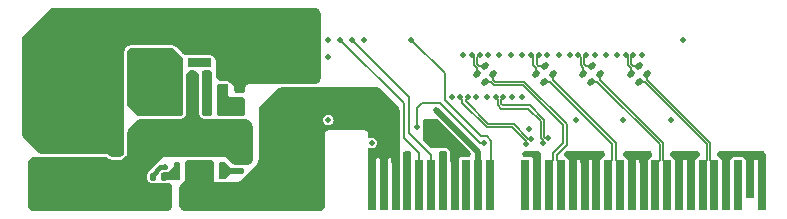
<source format=gtl>
G04 #@! TF.GenerationSoftware,KiCad,Pcbnew,7.0.10*
G04 #@! TF.CreationDate,2024-02-13T01:05:36+00:00*
G04 #@! TF.ProjectId,WYSE_5070_Riser,57595345-5f35-4303-9730-5f5269736572,rev?*
G04 #@! TF.SameCoordinates,Original*
G04 #@! TF.FileFunction,Copper,L1,Top*
G04 #@! TF.FilePolarity,Positive*
%FSLAX46Y46*%
G04 Gerber Fmt 4.6, Leading zero omitted, Abs format (unit mm)*
G04 Created by KiCad (PCBNEW 7.0.10) date 2024-02-13 01:05:36*
%MOMM*%
%LPD*%
G01*
G04 APERTURE LIST*
G04 Aperture macros list*
%AMRoundRect*
0 Rectangle with rounded corners*
0 $1 Rounding radius*
0 $2 $3 $4 $5 $6 $7 $8 $9 X,Y pos of 4 corners*
0 Add a 4 corners polygon primitive as box body*
4,1,4,$2,$3,$4,$5,$6,$7,$8,$9,$2,$3,0*
0 Add four circle primitives for the rounded corners*
1,1,$1+$1,$2,$3*
1,1,$1+$1,$4,$5*
1,1,$1+$1,$6,$7*
1,1,$1+$1,$8,$9*
0 Add four rect primitives between the rounded corners*
20,1,$1+$1,$2,$3,$4,$5,0*
20,1,$1+$1,$4,$5,$6,$7,0*
20,1,$1+$1,$6,$7,$8,$9,0*
20,1,$1+$1,$8,$9,$2,$3,0*%
G04 Aperture macros list end*
G04 #@! TA.AperFunction,SMDPad,CuDef*
%ADD10RoundRect,0.140000X-0.219203X-0.021213X-0.021213X-0.219203X0.219203X0.021213X0.021213X0.219203X0*%
G04 #@! TD*
G04 #@! TA.AperFunction,SMDPad,CuDef*
%ADD11RoundRect,0.140000X-0.170000X0.140000X-0.170000X-0.140000X0.170000X-0.140000X0.170000X0.140000X0*%
G04 #@! TD*
G04 #@! TA.AperFunction,SMDPad,CuDef*
%ADD12RoundRect,0.250000X0.325000X0.650000X-0.325000X0.650000X-0.325000X-0.650000X0.325000X-0.650000X0*%
G04 #@! TD*
G04 #@! TA.AperFunction,ConnectorPad*
%ADD13R,0.700000X4.300000*%
G04 #@! TD*
G04 #@! TA.AperFunction,ConnectorPad*
%ADD14R,0.700000X3.200000*%
G04 #@! TD*
G04 #@! TA.AperFunction,SMDPad,CuDef*
%ADD15RoundRect,0.250000X-0.475000X0.250000X-0.475000X-0.250000X0.475000X-0.250000X0.475000X0.250000X0*%
G04 #@! TD*
G04 #@! TA.AperFunction,SMDPad,CuDef*
%ADD16RoundRect,0.140000X0.140000X0.170000X-0.140000X0.170000X-0.140000X-0.170000X0.140000X-0.170000X0*%
G04 #@! TD*
G04 #@! TA.AperFunction,SMDPad,CuDef*
%ADD17RoundRect,0.250000X-0.250000X-0.475000X0.250000X-0.475000X0.250000X0.475000X-0.250000X0.475000X0*%
G04 #@! TD*
G04 #@! TA.AperFunction,SMDPad,CuDef*
%ADD18RoundRect,0.135000X-0.185000X0.135000X-0.185000X-0.135000X0.185000X-0.135000X0.185000X0.135000X0*%
G04 #@! TD*
G04 #@! TA.AperFunction,SMDPad,CuDef*
%ADD19RoundRect,0.135000X0.185000X-0.135000X0.185000X0.135000X-0.185000X0.135000X-0.185000X-0.135000X0*%
G04 #@! TD*
G04 #@! TA.AperFunction,SMDPad,CuDef*
%ADD20R,3.550000X3.500000*%
G04 #@! TD*
G04 #@! TA.AperFunction,SMDPad,CuDef*
%ADD21R,0.558800X1.422400*%
G04 #@! TD*
G04 #@! TA.AperFunction,SMDPad,CuDef*
%ADD22R,3.352800X2.717800*%
G04 #@! TD*
G04 #@! TA.AperFunction,ViaPad*
%ADD23C,0.500000*%
G04 #@! TD*
G04 #@! TA.AperFunction,Conductor*
%ADD24C,0.149352*%
G04 #@! TD*
G04 #@! TA.AperFunction,Conductor*
%ADD25C,0.200000*%
G04 #@! TD*
G04 #@! TA.AperFunction,Conductor*
%ADD26C,0.500000*%
G04 #@! TD*
G04 #@! TA.AperFunction,Conductor*
%ADD27C,0.400000*%
G04 #@! TD*
G04 APERTURE END LIST*
D10*
X109714142Y-49807036D03*
X110392964Y-50485858D03*
D11*
X79925000Y-49625000D03*
X79925000Y-50585000D03*
D12*
X79875000Y-60850000D03*
X76925000Y-60850000D03*
D13*
X95100000Y-59950000D03*
X96100000Y-59950000D03*
X97100000Y-59950000D03*
X98100000Y-59950000D03*
X99100000Y-59950000D03*
X100100000Y-59950000D03*
X101100000Y-59950000D03*
X102100000Y-59950000D03*
X103100000Y-59950000D03*
X104100000Y-59950000D03*
X105100000Y-59950000D03*
X108100000Y-59950000D03*
X109100000Y-59950000D03*
X110100000Y-59950000D03*
X111100000Y-59950000D03*
X112100000Y-59950000D03*
X113100000Y-59950000D03*
X114100000Y-59950000D03*
X115100000Y-59950000D03*
X116100000Y-59950000D03*
X117100000Y-59950000D03*
X118100000Y-59950000D03*
X119100000Y-59950000D03*
X120100000Y-59950000D03*
X121100000Y-59950000D03*
X122100000Y-59950000D03*
X123100000Y-59950000D03*
X124100000Y-59950000D03*
X125100000Y-59950000D03*
X126100000Y-59950000D03*
D14*
X127100000Y-59400000D03*
D13*
X128100000Y-59950000D03*
D15*
X67700000Y-56600000D03*
X67700000Y-58500000D03*
X69700000Y-56600000D03*
X69700000Y-58500000D03*
D16*
X77530000Y-59200000D03*
X76570000Y-59200000D03*
D10*
X113714142Y-49807036D03*
X114392964Y-50485858D03*
D17*
X73450000Y-56800000D03*
X75350000Y-56800000D03*
D16*
X80980000Y-51650000D03*
X80020000Y-51650000D03*
D15*
X71700000Y-56600000D03*
X71700000Y-58500000D03*
D18*
X83900000Y-53790000D03*
X83900000Y-54810000D03*
X83900000Y-51790000D03*
X83900000Y-52810000D03*
D10*
X117007036Y-50514142D03*
X117685858Y-51192964D03*
D19*
X81075000Y-50610000D03*
X81075000Y-49590000D03*
D10*
X113007036Y-50514142D03*
X113685858Y-51192964D03*
X109007036Y-50514142D03*
X109685858Y-51192964D03*
D19*
X83900000Y-58710000D03*
X83900000Y-57690000D03*
D11*
X82400000Y-50770000D03*
X82400000Y-51730000D03*
D20*
X76375000Y-50300000D03*
X67425000Y-50300000D03*
D10*
X104714142Y-49807036D03*
X105392964Y-50485858D03*
X104007036Y-50514142D03*
X104685858Y-51192964D03*
X117714142Y-49807036D03*
X118392964Y-50485858D03*
D21*
X78595000Y-58692400D03*
X79865000Y-58692400D03*
X81135000Y-58692400D03*
X82405000Y-58692400D03*
X82405000Y-53307600D03*
X81135000Y-53307600D03*
X79865000Y-53307600D03*
X78595000Y-53307600D03*
D22*
X80500000Y-56000000D03*
D23*
X103586500Y-48900000D03*
X104213500Y-48900000D03*
X108586500Y-48900000D03*
X109213500Y-48900000D03*
X112586500Y-48905482D03*
X113213500Y-48905482D03*
X116586500Y-48900000D03*
X117213500Y-48900000D03*
X113950000Y-48900000D03*
X118600000Y-57300000D03*
X75000000Y-55000000D03*
X108400000Y-55150000D03*
X108100000Y-57300000D03*
X101850000Y-52500000D03*
X82500000Y-56000000D03*
X79500000Y-56000000D03*
X98100000Y-57300000D03*
X67000000Y-59600000D03*
X80500000Y-56000000D03*
X104850000Y-52500000D03*
X105900000Y-48900000D03*
X107850000Y-48900000D03*
X80500000Y-55000000D03*
X95100000Y-56350000D03*
X76000000Y-58100000D03*
X91400000Y-54400000D03*
X83500000Y-56000000D03*
X111850000Y-48900000D03*
X74500000Y-59600000D03*
X114600000Y-57300000D03*
X101100000Y-57300000D03*
X116400000Y-54400000D03*
X79500000Y-55000000D03*
X77000000Y-56000000D03*
X103950000Y-52500000D03*
X68500000Y-59600000D03*
X73000000Y-61100000D03*
X78500000Y-57000000D03*
X106950000Y-52500000D03*
X79500000Y-57000000D03*
X120400000Y-54400000D03*
X78500000Y-56000000D03*
X81500000Y-56000000D03*
X114900000Y-48900000D03*
X84500000Y-57000000D03*
X82500000Y-55000000D03*
X115850000Y-48900000D03*
X91400000Y-47600000D03*
X71500000Y-59600000D03*
X124600000Y-57300000D03*
X77000000Y-55000000D03*
X120600000Y-57300000D03*
X78500000Y-55000000D03*
X71500000Y-61100000D03*
X81500000Y-57000000D03*
X82500000Y-57000000D03*
X126600000Y-57300000D03*
X76000000Y-55000000D03*
X127600000Y-57300000D03*
X83500000Y-57000000D03*
X70000000Y-61100000D03*
X116600000Y-57300000D03*
X76000000Y-61100000D03*
X67000000Y-61100000D03*
X112400000Y-54400000D03*
X107850000Y-52500000D03*
X80500000Y-57000000D03*
X77000000Y-57000000D03*
X106900000Y-48900000D03*
X74500000Y-58100000D03*
X70000000Y-59600000D03*
X111600000Y-57300000D03*
X113600000Y-57300000D03*
X102850000Y-48900000D03*
X68500000Y-61100000D03*
X121400000Y-47600000D03*
X109950000Y-48900000D03*
X73000000Y-58100000D03*
X104950000Y-48900000D03*
X81500000Y-55000000D03*
X117950000Y-48900000D03*
X94400000Y-47600000D03*
X73000000Y-59600000D03*
X91400000Y-49100000D03*
X74500000Y-61100000D03*
X122600000Y-57300000D03*
X110900000Y-48900000D03*
X90500000Y-58500000D03*
X97100000Y-57300000D03*
X96100000Y-57300000D03*
X79000000Y-60250000D03*
X79000000Y-61500000D03*
X89000000Y-58500000D03*
X90500000Y-57000000D03*
X81000000Y-61500000D03*
X81000000Y-60250000D03*
X86000000Y-57000000D03*
X90500000Y-60000000D03*
X89000000Y-60000000D03*
X89000000Y-57000000D03*
X83000000Y-61500000D03*
X87500000Y-57000000D03*
X97100000Y-56600000D03*
X84000000Y-61500000D03*
X87500000Y-58500000D03*
X89000000Y-61500000D03*
X87500000Y-60000000D03*
X96100000Y-56600000D03*
X86000000Y-58500000D03*
X82000000Y-61500000D03*
X82000000Y-60250000D03*
X83000000Y-60250000D03*
X100100000Y-56050000D03*
X101100000Y-56050000D03*
X102100000Y-56400000D03*
X102100000Y-57300000D03*
X103100000Y-57300000D03*
X100100000Y-55000000D03*
X98900000Y-55000000D03*
X104600000Y-56400000D03*
X102586500Y-52500000D03*
X108139977Y-56433333D03*
X103213500Y-52500000D03*
X108583333Y-55989977D03*
X105586500Y-52500000D03*
X109578322Y-56371678D03*
X106213500Y-52500000D03*
X110021678Y-55928322D03*
X92400000Y-47600000D03*
X93400000Y-47600000D03*
X100550000Y-53550000D03*
X98400000Y-47600000D03*
X87400000Y-49100000D03*
X88400000Y-47600000D03*
X68500000Y-53300000D03*
X71500000Y-53300000D03*
X87400000Y-50600000D03*
X71500000Y-54800000D03*
X90400000Y-47600000D03*
X89400000Y-49100000D03*
X67000000Y-54800000D03*
X89400000Y-50600000D03*
X70000000Y-48800000D03*
X67000000Y-47300000D03*
X70000000Y-54800000D03*
X68500000Y-45800000D03*
X90400000Y-49100000D03*
X88400000Y-46100000D03*
X70000000Y-51800000D03*
X73000000Y-51800000D03*
X88400000Y-49100000D03*
X68500000Y-47300000D03*
X88400000Y-50600000D03*
X70000000Y-47300000D03*
X73000000Y-53300000D03*
X68500000Y-54800000D03*
X71500000Y-50300000D03*
X87400000Y-46100000D03*
X89400000Y-47600000D03*
X71500000Y-51800000D03*
X73000000Y-54800000D03*
X70000000Y-50300000D03*
X90400000Y-46100000D03*
X71500000Y-48800000D03*
X89400000Y-46100000D03*
X83250000Y-50800000D03*
X70000000Y-53300000D03*
X90400000Y-50600000D03*
X87400000Y-47600000D03*
X67000000Y-53300000D03*
X70000000Y-45800000D03*
X77550000Y-58400000D03*
X77750000Y-53300000D03*
D24*
X103761824Y-49757235D02*
X104007036Y-50002447D01*
X103586500Y-48900000D02*
X103761824Y-49075324D01*
X104007036Y-50002447D02*
X104007036Y-50514142D01*
X103761824Y-49075324D02*
X103761824Y-49757235D01*
X105197553Y-51192964D02*
X105442765Y-51438176D01*
X111320206Y-56384382D02*
X110461824Y-57242764D01*
X104685858Y-51192964D02*
X105197553Y-51192964D01*
X110461824Y-57788176D02*
X110100000Y-58150000D01*
X111320206Y-54865618D02*
X111320206Y-56384382D01*
X107892764Y-51438176D02*
X111320206Y-54865618D01*
X105442765Y-51438176D02*
X107892764Y-51438176D01*
X110100000Y-58150000D02*
X110100000Y-59950000D01*
X110461824Y-57242764D02*
X110461824Y-57788176D01*
X104038176Y-49075324D02*
X104038176Y-49642765D01*
X104213500Y-48900000D02*
X104038176Y-49075324D01*
X104202447Y-49807036D02*
X104714142Y-49807036D01*
X104038176Y-49642765D02*
X104202447Y-49807036D01*
X110738176Y-57788176D02*
X111100000Y-58150000D01*
X105557235Y-51161824D02*
X108007236Y-51161824D01*
X105392964Y-50485858D02*
X105392964Y-50997553D01*
X111596558Y-54751146D02*
X111596558Y-56498854D01*
X105392964Y-50997553D02*
X105557235Y-51161824D01*
X110738176Y-57357236D02*
X110738176Y-57788176D01*
X108007236Y-51161824D02*
X111596558Y-54751146D01*
X111596558Y-56498854D02*
X110738176Y-57357236D01*
X111100000Y-58150000D02*
X111100000Y-59950000D01*
X108761824Y-49757235D02*
X109007036Y-50002447D01*
X109007036Y-50002447D02*
X109007036Y-50514142D01*
X108761824Y-49075324D02*
X108761824Y-49757235D01*
X108586500Y-48900000D02*
X108761824Y-49075324D01*
X115461824Y-56457235D02*
X115461824Y-57788176D01*
X109685858Y-51192964D02*
X110197553Y-51192964D01*
X115100000Y-58150000D02*
X115100000Y-59950000D01*
X110197553Y-51192964D02*
X115461824Y-56457235D01*
X115461824Y-57788176D02*
X115100000Y-58150000D01*
X109038176Y-49642765D02*
X109202447Y-49807036D01*
X109202447Y-49807036D02*
X109714142Y-49807036D01*
X109213500Y-48900000D02*
X109038176Y-49075324D01*
X109038176Y-49075324D02*
X109038176Y-49642765D01*
X110392964Y-50997553D02*
X115738176Y-56342765D01*
X116100000Y-58150000D02*
X116100000Y-59950000D01*
X110392964Y-50485858D02*
X110392964Y-50997553D01*
X115738176Y-57788176D02*
X116100000Y-58150000D01*
X115738176Y-56342765D02*
X115738176Y-57788176D01*
X112761824Y-49757235D02*
X113007036Y-50002447D01*
X112761824Y-49080806D02*
X112761824Y-49757235D01*
X113007036Y-50002447D02*
X113007036Y-50514142D01*
X112586500Y-48905482D02*
X112761824Y-49080806D01*
X114197553Y-51192964D02*
X119461824Y-56457235D01*
X119461824Y-57788176D02*
X119100000Y-58150000D01*
X119461824Y-56457235D02*
X119461824Y-57788176D01*
X113685858Y-51192964D02*
X114197553Y-51192964D01*
X119100000Y-58150000D02*
X119100000Y-59950000D01*
X113213500Y-48905482D02*
X113038176Y-49080806D01*
X113202447Y-49807036D02*
X113714142Y-49807036D01*
X113038176Y-49642765D02*
X113202447Y-49807036D01*
X113038176Y-49080806D02*
X113038176Y-49642765D01*
X114392964Y-50997553D02*
X119738176Y-56342765D01*
X119738176Y-56342765D02*
X119738176Y-57788176D01*
X120100000Y-58150000D02*
X120100000Y-59950000D01*
X119738176Y-57788176D02*
X120100000Y-58150000D01*
X114392964Y-50485858D02*
X114392964Y-50997553D01*
X116761824Y-49757235D02*
X117007036Y-50002447D01*
X116586500Y-48900000D02*
X116761824Y-49075324D01*
X117007036Y-50002447D02*
X117007036Y-50514142D01*
X116761824Y-49075324D02*
X116761824Y-49757235D01*
X123100000Y-58150000D02*
X123100000Y-59950000D01*
X118197553Y-51192964D02*
X123461824Y-56457235D01*
X123461824Y-57788176D02*
X123100000Y-58150000D01*
X123461824Y-56457235D02*
X123461824Y-57788176D01*
X117685858Y-51192964D02*
X118197553Y-51192964D01*
X117202447Y-49807036D02*
X117714142Y-49807036D01*
X117038176Y-49642765D02*
X117202447Y-49807036D01*
X117038176Y-49075324D02*
X117038176Y-49642765D01*
X117213500Y-48900000D02*
X117038176Y-49075324D01*
X118392964Y-50997553D02*
X123738176Y-56342765D01*
X124100000Y-58150000D02*
X124100000Y-59950000D01*
X123738176Y-57788176D02*
X124100000Y-58150000D01*
X118392964Y-50485858D02*
X118392964Y-50997553D01*
X123738176Y-56342765D02*
X123738176Y-57788176D01*
D25*
X99300000Y-53000000D02*
X98900000Y-53400000D01*
X104250000Y-56400000D02*
X100850000Y-53000000D01*
X98900000Y-53400000D02*
X98900000Y-55000000D01*
X104600000Y-56400000D02*
X104250000Y-56400000D01*
X100850000Y-53000000D02*
X99300000Y-53000000D01*
D24*
X106992765Y-55038176D02*
X108139977Y-56185388D01*
X102761824Y-52675324D02*
X102761824Y-52957236D01*
X102761824Y-52957236D02*
X104842764Y-55038176D01*
X102586500Y-52500000D02*
X102761824Y-52675324D01*
X104842764Y-55038176D02*
X106992765Y-55038176D01*
X108139977Y-56185388D02*
X108139977Y-56433333D01*
X103038176Y-52842764D02*
X104957236Y-54761824D01*
X103213500Y-52500000D02*
X103038176Y-52675324D01*
X103038176Y-52675324D02*
X103038176Y-52842764D01*
X108335388Y-55989977D02*
X108583333Y-55989977D01*
X104957236Y-54761824D02*
X107107235Y-54761824D01*
X107107235Y-54761824D02*
X108335388Y-55989977D01*
X105761824Y-52675324D02*
X105761824Y-53157236D01*
X108342764Y-53438176D02*
X109388546Y-54483958D01*
X105586500Y-52500000D02*
X105761824Y-52675324D01*
X109388546Y-55933957D02*
X109578322Y-56123733D01*
X109578322Y-56123733D02*
X109578322Y-56371678D01*
X109388546Y-54483958D02*
X109388546Y-55933957D01*
X105761824Y-53157236D02*
X106042764Y-53438176D01*
X106042764Y-53438176D02*
X108342764Y-53438176D01*
X109664898Y-55819487D02*
X109773733Y-55928322D01*
X109664898Y-54369486D02*
X109664898Y-55819487D01*
X109773733Y-55928322D02*
X110021678Y-55928322D01*
X106038176Y-52675324D02*
X106038176Y-53042764D01*
X106157236Y-53161824D02*
X108457236Y-53161824D01*
X106213500Y-52500000D02*
X106038176Y-52675324D01*
X106038176Y-53042764D02*
X106157236Y-53161824D01*
X108457236Y-53161824D02*
X109664898Y-54369486D01*
D25*
X99100000Y-57200000D02*
X99100000Y-59950000D01*
X92400000Y-47600000D02*
X97800000Y-53000000D01*
X97800000Y-55900000D02*
X99100000Y-57200000D01*
X97800000Y-53000000D02*
X97800000Y-55900000D01*
X93400000Y-47600000D02*
X98250000Y-52450000D01*
X100100000Y-57400000D02*
X100100000Y-59950000D01*
X98250000Y-55550000D02*
X100100000Y-57400000D01*
X98250000Y-52450000D02*
X98250000Y-55550000D01*
D26*
X104100000Y-57100000D02*
X104100000Y-59950000D01*
X100550000Y-53550000D02*
X104100000Y-57100000D01*
D25*
X105200000Y-59850000D02*
X105100000Y-59950000D01*
X101250000Y-50450000D02*
X101250000Y-52750000D01*
X104813909Y-55800000D02*
X105200000Y-56186091D01*
X105200000Y-56186091D02*
X105200000Y-59850000D01*
X101250000Y-52750000D02*
X104300000Y-55800000D01*
X104300000Y-55800000D02*
X104813909Y-55800000D01*
X98400000Y-47600000D02*
X101250000Y-50450000D01*
D26*
X77750000Y-53307600D02*
X78595000Y-53307600D01*
D27*
X76570000Y-59200000D02*
X76570000Y-59030000D01*
X76570000Y-59030000D02*
X77200000Y-58400000D01*
X77200000Y-58400000D02*
X77550000Y-58400000D01*
D26*
X82422600Y-58710000D02*
X82405000Y-58692400D01*
G04 #@! TA.AperFunction,Conductor*
G36*
X82759561Y-51351902D02*
G01*
X82807222Y-51361382D01*
X82842908Y-51376163D01*
X82875050Y-51397640D01*
X82902359Y-51424949D01*
X82923328Y-51456330D01*
X82923835Y-51457089D01*
X82938616Y-51492775D01*
X82948097Y-51540436D01*
X82950000Y-51559751D01*
X82950000Y-52300000D01*
X82965224Y-52376537D01*
X83008579Y-52441421D01*
X83073463Y-52484776D01*
X83150000Y-52500000D01*
X84140248Y-52500000D01*
X84159561Y-52501902D01*
X84207222Y-52511382D01*
X84242908Y-52526163D01*
X84275050Y-52547640D01*
X84302359Y-52574949D01*
X84323328Y-52606330D01*
X84323835Y-52607089D01*
X84338616Y-52642775D01*
X84348097Y-52690436D01*
X84350000Y-52709751D01*
X84350000Y-53890248D01*
X84348097Y-53909563D01*
X84338616Y-53957224D01*
X84323835Y-53992910D01*
X84302362Y-54025047D01*
X84275047Y-54052362D01*
X84242910Y-54073835D01*
X84207224Y-54088616D01*
X84159563Y-54098097D01*
X84140248Y-54100000D01*
X82209752Y-54100000D01*
X82190438Y-54098098D01*
X82174470Y-54094921D01*
X82142775Y-54088617D01*
X82107089Y-54073835D01*
X82106330Y-54073328D01*
X82074949Y-54052359D01*
X82047640Y-54025050D01*
X82026163Y-53992908D01*
X82011382Y-53957222D01*
X82001902Y-53909561D01*
X82000000Y-53890248D01*
X82000000Y-51559751D01*
X82001902Y-51540438D01*
X82011382Y-51492777D01*
X82026162Y-51457092D01*
X82047642Y-51424946D01*
X82074946Y-51397642D01*
X82107092Y-51376162D01*
X82142775Y-51361382D01*
X82168021Y-51356360D01*
X82190439Y-51351902D01*
X82209752Y-51350000D01*
X82740248Y-51350000D01*
X82759561Y-51351902D01*
G37*
G04 #@! TD.AperFunction*
G04 #@! TA.AperFunction,Conductor*
G36*
X128267183Y-57068907D02*
G01*
X128278996Y-57078996D01*
X128420504Y-57220504D01*
X128448281Y-57275021D01*
X128449500Y-57290508D01*
X128449500Y-58001000D01*
X128430593Y-58059191D01*
X128381093Y-58095155D01*
X128350500Y-58100000D01*
X127849000Y-58100000D01*
X127790809Y-58081093D01*
X127754845Y-58031593D01*
X127750000Y-58001000D01*
X127750000Y-57800001D01*
X127750000Y-57800000D01*
X127749999Y-57800000D01*
X127450001Y-57800000D01*
X127450000Y-57800000D01*
X127450000Y-57800001D01*
X127450000Y-58001000D01*
X127431093Y-58059191D01*
X127381593Y-58095155D01*
X127351000Y-58100000D01*
X126849000Y-58100000D01*
X126790809Y-58081093D01*
X126754845Y-58031593D01*
X126750000Y-58001000D01*
X126750000Y-57800001D01*
X126750000Y-57800000D01*
X126500000Y-57550000D01*
X126499999Y-57550000D01*
X125700001Y-57550000D01*
X125700000Y-57550000D01*
X125450000Y-57800000D01*
X125450000Y-57800001D01*
X125450000Y-58001000D01*
X125431093Y-58059191D01*
X125381593Y-58095155D01*
X125351000Y-58100000D01*
X124849000Y-58100000D01*
X124790809Y-58081093D01*
X124754845Y-58031593D01*
X124750000Y-58001000D01*
X124750000Y-57800000D01*
X124749999Y-57799999D01*
X124378996Y-57428995D01*
X124351219Y-57374479D01*
X124350000Y-57358992D01*
X124350000Y-57241008D01*
X124368907Y-57182817D01*
X124378996Y-57171004D01*
X124471004Y-57078996D01*
X124525521Y-57051219D01*
X124541008Y-57050000D01*
X128208992Y-57050000D01*
X128267183Y-57068907D01*
G37*
G04 #@! TD.AperFunction*
G04 #@! TA.AperFunction,Conductor*
G36*
X118717183Y-57068907D02*
G01*
X118728996Y-57078996D01*
X118821004Y-57171004D01*
X118848781Y-57225521D01*
X118850000Y-57241008D01*
X118850000Y-57358992D01*
X118831093Y-57417183D01*
X118821004Y-57428995D01*
X118450000Y-57799999D01*
X118450000Y-58001000D01*
X118431093Y-58059191D01*
X118381593Y-58095155D01*
X118351000Y-58100000D01*
X117849000Y-58100000D01*
X117790809Y-58081093D01*
X117754845Y-58031593D01*
X117750000Y-58001000D01*
X117750000Y-57800001D01*
X117750000Y-57800000D01*
X117749999Y-57800000D01*
X117450001Y-57800000D01*
X117450000Y-57800000D01*
X117450000Y-57800001D01*
X117450000Y-58001000D01*
X117431093Y-58059191D01*
X117381593Y-58095155D01*
X117351000Y-58100000D01*
X116849000Y-58100000D01*
X116790809Y-58081093D01*
X116754845Y-58031593D01*
X116750000Y-58001000D01*
X116750000Y-57800000D01*
X116749999Y-57799999D01*
X116378996Y-57428995D01*
X116351219Y-57374479D01*
X116350000Y-57358992D01*
X116350000Y-57241008D01*
X116368907Y-57182817D01*
X116378996Y-57171004D01*
X116471004Y-57078996D01*
X116525521Y-57051219D01*
X116541008Y-57050000D01*
X118658992Y-57050000D01*
X118717183Y-57068907D01*
G37*
G04 #@! TD.AperFunction*
G04 #@! TA.AperFunction,Conductor*
G36*
X79956433Y-50200847D02*
G01*
X79971739Y-50202862D01*
X80066489Y-50215336D01*
X80091447Y-50222023D01*
X80187960Y-50262000D01*
X80210336Y-50274918D01*
X80293216Y-50338515D01*
X80311484Y-50356783D01*
X80375079Y-50439660D01*
X80388001Y-50462042D01*
X80427975Y-50558548D01*
X80434664Y-50583512D01*
X80449153Y-50693566D01*
X80450000Y-50706488D01*
X80450000Y-53792894D01*
X80467036Y-53922299D01*
X80467038Y-53922307D01*
X80516985Y-54042890D01*
X80516987Y-54042894D01*
X80596441Y-54146440D01*
X80596443Y-54146442D01*
X80596447Y-54146447D01*
X80653553Y-54203553D01*
X80653557Y-54203556D01*
X80653559Y-54203558D01*
X80757105Y-54283012D01*
X80757107Y-54283013D01*
X80877697Y-54332963D01*
X81007107Y-54350000D01*
X84386405Y-54350000D01*
X84399326Y-54350847D01*
X84414632Y-54352862D01*
X84509382Y-54365336D01*
X84534340Y-54372023D01*
X84630854Y-54412000D01*
X84653233Y-54424921D01*
X84741293Y-54492492D01*
X84751030Y-54501030D01*
X84848969Y-54598969D01*
X84857507Y-54608706D01*
X84925078Y-54696766D01*
X84938000Y-54719147D01*
X84977975Y-54815655D01*
X84984664Y-54840619D01*
X84999153Y-54950673D01*
X85000000Y-54963595D01*
X85000000Y-57766734D01*
X84999153Y-57779656D01*
X84987159Y-57870760D01*
X84980470Y-57895724D01*
X84947811Y-57974568D01*
X84934889Y-57996949D01*
X84882934Y-58064659D01*
X84864659Y-58082934D01*
X84796949Y-58134889D01*
X84774568Y-58147811D01*
X84719809Y-58170493D01*
X84695721Y-58180470D01*
X84670760Y-58187159D01*
X84579657Y-58199153D01*
X84566735Y-58200000D01*
X83613595Y-58200000D01*
X83600673Y-58199153D01*
X83490619Y-58184664D01*
X83465655Y-58177975D01*
X83369147Y-58138000D01*
X83346766Y-58125078D01*
X83258706Y-58057507D01*
X83248970Y-58048969D01*
X82896444Y-57696444D01*
X82792894Y-57616987D01*
X82792890Y-57616985D01*
X82672307Y-57567038D01*
X82672299Y-57567036D01*
X82542894Y-57550000D01*
X82542893Y-57550000D01*
X77607107Y-57550000D01*
X77607105Y-57550000D01*
X77477700Y-57567036D01*
X77477692Y-57567038D01*
X77357109Y-57616985D01*
X77357105Y-57616987D01*
X77253559Y-57696441D01*
X76196441Y-58753559D01*
X76116987Y-58857105D01*
X76116985Y-58857109D01*
X76067038Y-58977692D01*
X76067036Y-58977700D01*
X76050000Y-59107105D01*
X76050000Y-59323223D01*
X76064541Y-59433677D01*
X76064543Y-59433685D01*
X76107175Y-59536608D01*
X76107177Y-59536612D01*
X76175000Y-59625000D01*
X76263388Y-59692823D01*
X76366319Y-59735458D01*
X76476777Y-59750000D01*
X77884182Y-59750000D01*
X77903495Y-59751901D01*
X77972612Y-59765650D01*
X78008300Y-59780433D01*
X78058626Y-59814060D01*
X78085939Y-59841373D01*
X78119566Y-59891699D01*
X78134349Y-59927386D01*
X78148098Y-59996503D01*
X78150000Y-60015818D01*
X78150000Y-61748827D01*
X78148098Y-61768142D01*
X78127852Y-61869922D01*
X78113070Y-61905608D01*
X78060941Y-61983626D01*
X78033626Y-62010941D01*
X77955608Y-62063070D01*
X77919922Y-62077852D01*
X77851026Y-62091556D01*
X77820653Y-62097598D01*
X77801341Y-62099500D01*
X66502690Y-62099500D01*
X66489768Y-62098653D01*
X66383512Y-62084664D01*
X66358548Y-62077975D01*
X66262042Y-62038001D01*
X66239660Y-62025079D01*
X66156783Y-61961484D01*
X66138515Y-61943216D01*
X66074918Y-61860336D01*
X66062000Y-61837960D01*
X66022023Y-61741447D01*
X66015336Y-61716489D01*
X66000847Y-61606432D01*
X66000000Y-61593511D01*
X66000000Y-58056488D01*
X66000847Y-58043567D01*
X66008345Y-57986612D01*
X66015336Y-57933508D01*
X66022022Y-57908554D01*
X66062001Y-57812035D01*
X66074916Y-57789666D01*
X66138518Y-57706779D01*
X66156779Y-57688518D01*
X66239666Y-57624916D01*
X66262035Y-57612001D01*
X66358554Y-57572022D01*
X66383508Y-57565336D01*
X66480923Y-57552511D01*
X66493567Y-57550847D01*
X66506488Y-57550000D01*
X72566735Y-57550000D01*
X72579656Y-57550847D01*
X72588331Y-57551989D01*
X72670764Y-57562841D01*
X72695714Y-57569526D01*
X72774569Y-57602188D01*
X72796949Y-57615110D01*
X72874999Y-57675000D01*
X72875000Y-57675000D01*
X72963388Y-57742823D01*
X73066319Y-57785458D01*
X73176777Y-57800000D01*
X73692892Y-57800000D01*
X73692893Y-57800000D01*
X73822303Y-57782963D01*
X73942893Y-57733013D01*
X74046447Y-57653553D01*
X74253553Y-57446447D01*
X74333013Y-57342893D01*
X74382963Y-57222303D01*
X74400000Y-57092893D01*
X74400000Y-55463595D01*
X74400847Y-55450674D01*
X74402511Y-55438030D01*
X74415336Y-55340615D01*
X74422022Y-55315661D01*
X74462002Y-55219141D01*
X74474918Y-55196771D01*
X74542499Y-55108697D01*
X74551022Y-55098977D01*
X75148977Y-54501022D01*
X75158697Y-54492499D01*
X75246771Y-54424918D01*
X75269141Y-54412002D01*
X75365661Y-54372022D01*
X75390615Y-54365336D01*
X75488030Y-54352511D01*
X75500674Y-54350847D01*
X75513595Y-54350000D01*
X78842892Y-54350000D01*
X78842893Y-54350000D01*
X78972303Y-54332963D01*
X79092893Y-54283013D01*
X79196447Y-54203553D01*
X79203553Y-54196447D01*
X79283013Y-54092893D01*
X79332963Y-53972303D01*
X79350000Y-53842893D01*
X79350000Y-50706488D01*
X79350847Y-50693567D01*
X79352511Y-50680923D01*
X79365336Y-50583508D01*
X79372022Y-50558554D01*
X79412001Y-50462035D01*
X79424916Y-50439666D01*
X79488518Y-50356779D01*
X79506779Y-50338518D01*
X79589666Y-50274916D01*
X79612035Y-50262001D01*
X79708554Y-50222022D01*
X79733508Y-50215336D01*
X79830923Y-50202511D01*
X79843567Y-50200847D01*
X79856488Y-50200000D01*
X79943512Y-50200000D01*
X79956433Y-50200847D01*
G37*
G04 #@! TD.AperFunction*
G04 #@! TA.AperFunction,Conductor*
G36*
X78218139Y-48351902D02*
G01*
X78227531Y-48353770D01*
X78263220Y-48368552D01*
X78271179Y-48373870D01*
X78286182Y-48386182D01*
X79063817Y-49163817D01*
X79076129Y-49178820D01*
X79081447Y-49186779D01*
X79096228Y-49222460D01*
X79098097Y-49231853D01*
X79100000Y-49251173D01*
X79100000Y-53848826D01*
X79098097Y-53868146D01*
X79096228Y-53877539D01*
X79081447Y-53913220D01*
X79076129Y-53921179D01*
X79063817Y-53936182D01*
X78936182Y-54063817D01*
X78921179Y-54076129D01*
X78913220Y-54081447D01*
X78877541Y-54096227D01*
X78868149Y-54098096D01*
X78848827Y-54100000D01*
X75351173Y-54100000D01*
X75331854Y-54098097D01*
X75328794Y-54097488D01*
X75322460Y-54096228D01*
X75286779Y-54081447D01*
X75278820Y-54076129D01*
X75263817Y-54063817D01*
X74436182Y-53236182D01*
X74423870Y-53221179D01*
X74418552Y-53213220D01*
X74403769Y-53177529D01*
X74401901Y-53168136D01*
X74400000Y-53148826D01*
X74400000Y-48601173D01*
X74401901Y-48581863D01*
X74403770Y-48572467D01*
X74418550Y-48536781D01*
X74423874Y-48528815D01*
X74436177Y-48513822D01*
X74563822Y-48386177D01*
X74578815Y-48373874D01*
X74586781Y-48368550D01*
X74622467Y-48353770D01*
X74631865Y-48351900D01*
X74651173Y-48350000D01*
X78198827Y-48350000D01*
X78218139Y-48351902D01*
G37*
G04 #@! TD.AperFunction*
G04 #@! TA.AperFunction,Conductor*
G36*
X78793192Y-58007535D02*
G01*
X78807825Y-58013596D01*
X78854351Y-58053333D01*
X78861401Y-58067170D01*
X78867463Y-58081805D01*
X78875000Y-58119691D01*
X78875000Y-59380308D01*
X78867463Y-59418197D01*
X78861402Y-59432828D01*
X78821663Y-59479352D01*
X78807830Y-59486401D01*
X78800448Y-59489458D01*
X78793197Y-59492462D01*
X78755309Y-59500000D01*
X77376173Y-59500000D01*
X77356854Y-59498097D01*
X77353794Y-59497488D01*
X77347460Y-59496228D01*
X77311779Y-59481447D01*
X77303820Y-59476129D01*
X77288817Y-59463817D01*
X77286182Y-59461182D01*
X77273870Y-59446179D01*
X77268552Y-59438220D01*
X77253769Y-59402529D01*
X77251901Y-59393136D01*
X77250000Y-59373826D01*
X77250000Y-59001173D01*
X77251901Y-58981863D01*
X77253770Y-58972467D01*
X77268550Y-58936781D01*
X77273874Y-58928815D01*
X77286177Y-58913822D01*
X77313822Y-58886177D01*
X77328815Y-58873874D01*
X77336781Y-58868550D01*
X77372467Y-58853770D01*
X77381865Y-58851900D01*
X77401173Y-58850000D01*
X77474670Y-58850000D01*
X77481665Y-58850500D01*
X77485228Y-58850500D01*
X77618335Y-58850500D01*
X77625330Y-58850000D01*
X77808578Y-58850000D01*
X77808579Y-58850000D01*
X77808580Y-58849999D01*
X77808587Y-58849999D01*
X77827627Y-58846210D01*
X77846847Y-58842388D01*
X77879289Y-58820711D01*
X78295711Y-58404289D01*
X78317388Y-58371847D01*
X78321210Y-58352627D01*
X78324999Y-58333587D01*
X78325000Y-58333577D01*
X78325000Y-58119691D01*
X78332534Y-58081810D01*
X78338596Y-58067173D01*
X78378331Y-58020650D01*
X78392166Y-58013599D01*
X78406810Y-58007534D01*
X78444691Y-58000000D01*
X78755309Y-58000000D01*
X78793192Y-58007535D01*
G37*
G04 #@! TD.AperFunction*
G04 #@! TA.AperFunction,Conductor*
G36*
X114717183Y-57068907D02*
G01*
X114728996Y-57078996D01*
X114821004Y-57171004D01*
X114848781Y-57225521D01*
X114850000Y-57241008D01*
X114850000Y-57358992D01*
X114831093Y-57417183D01*
X114821004Y-57428995D01*
X114450000Y-57799999D01*
X114450000Y-58001000D01*
X114431093Y-58059191D01*
X114381593Y-58095155D01*
X114351000Y-58100000D01*
X113849000Y-58100000D01*
X113790809Y-58081093D01*
X113754845Y-58031593D01*
X113750000Y-58001000D01*
X113750000Y-57800001D01*
X113750000Y-57800000D01*
X113749999Y-57800000D01*
X113450001Y-57800000D01*
X113450000Y-57800000D01*
X113450000Y-57800001D01*
X113450000Y-58001000D01*
X113431093Y-58059191D01*
X113381593Y-58095155D01*
X113351000Y-58100000D01*
X112849000Y-58100000D01*
X112790809Y-58081093D01*
X112754845Y-58031593D01*
X112750000Y-58001000D01*
X112750000Y-57800001D01*
X112750000Y-57800000D01*
X112749999Y-57800000D01*
X112450001Y-57800000D01*
X112450000Y-57800000D01*
X112450000Y-57800001D01*
X112450000Y-58001000D01*
X112431093Y-58059191D01*
X112381593Y-58095155D01*
X112351000Y-58100000D01*
X111849000Y-58100000D01*
X111790809Y-58081093D01*
X111754845Y-58031593D01*
X111750000Y-58001000D01*
X111750000Y-57800000D01*
X111749999Y-57799999D01*
X111378996Y-57428995D01*
X111351219Y-57374479D01*
X111350000Y-57358992D01*
X111350000Y-57241008D01*
X111368907Y-57182817D01*
X111378996Y-57171004D01*
X111471004Y-57078996D01*
X111525521Y-57051219D01*
X111541008Y-57050000D01*
X114658992Y-57050000D01*
X114717183Y-57068907D01*
G37*
G04 #@! TD.AperFunction*
G04 #@! TA.AperFunction,Conductor*
G36*
X122717183Y-57068907D02*
G01*
X122728996Y-57078996D01*
X122821004Y-57171004D01*
X122848781Y-57225521D01*
X122850000Y-57241008D01*
X122850000Y-57358992D01*
X122831093Y-57417183D01*
X122821004Y-57428995D01*
X122450000Y-57799999D01*
X122450000Y-58001000D01*
X122431093Y-58059191D01*
X122381593Y-58095155D01*
X122351000Y-58100000D01*
X121849000Y-58100000D01*
X121790809Y-58081093D01*
X121754845Y-58031593D01*
X121750000Y-58001000D01*
X121750000Y-57800001D01*
X121750000Y-57800000D01*
X121749999Y-57800000D01*
X121450001Y-57800000D01*
X121450000Y-57800000D01*
X121450000Y-57800001D01*
X121450000Y-58001000D01*
X121431093Y-58059191D01*
X121381593Y-58095155D01*
X121351000Y-58100000D01*
X120849000Y-58100000D01*
X120790809Y-58081093D01*
X120754845Y-58031593D01*
X120750000Y-58001000D01*
X120750000Y-57800000D01*
X120749999Y-57799999D01*
X120378996Y-57428995D01*
X120351219Y-57374479D01*
X120350000Y-57358992D01*
X120350000Y-57241008D01*
X120368907Y-57182817D01*
X120378996Y-57171004D01*
X120471004Y-57078996D01*
X120525521Y-57051219D01*
X120541008Y-57050000D01*
X122658992Y-57050000D01*
X122717183Y-57068907D01*
G37*
G04 #@! TD.AperFunction*
G04 #@! TA.AperFunction,Conductor*
G36*
X100526718Y-54301902D02*
G01*
X100574379Y-54311382D01*
X100610066Y-54326163D01*
X100650470Y-54353161D01*
X100665471Y-54365471D01*
X103384528Y-57084528D01*
X103396840Y-57099531D01*
X103423835Y-57139932D01*
X103438616Y-57175618D01*
X103448097Y-57223279D01*
X103450000Y-57242594D01*
X103450000Y-57340248D01*
X103448097Y-57359563D01*
X103438616Y-57407224D01*
X103423835Y-57442910D01*
X103402362Y-57475047D01*
X103375047Y-57502362D01*
X103342910Y-57523835D01*
X103307224Y-57538616D01*
X103259563Y-57548097D01*
X103240248Y-57550000D01*
X102649999Y-57550000D01*
X102630994Y-57553780D01*
X102573463Y-57565224D01*
X102573461Y-57565224D01*
X102573461Y-57565225D01*
X102573460Y-57565225D01*
X102508582Y-57608576D01*
X102508576Y-57608582D01*
X102465225Y-57673460D01*
X102465225Y-57673461D01*
X102465224Y-57673463D01*
X102453780Y-57730994D01*
X102450000Y-57749999D01*
X102450000Y-57890248D01*
X102448097Y-57909563D01*
X102438616Y-57957224D01*
X102423835Y-57992910D01*
X102402362Y-58025047D01*
X102375047Y-58052362D01*
X102342910Y-58073835D01*
X102307224Y-58088616D01*
X102259563Y-58098097D01*
X102240248Y-58100000D01*
X101959752Y-58100000D01*
X101940438Y-58098098D01*
X101924470Y-58094921D01*
X101892775Y-58088617D01*
X101857089Y-58073835D01*
X101856330Y-58073328D01*
X101824949Y-58052359D01*
X101797640Y-58025050D01*
X101776163Y-57992908D01*
X101761382Y-57957222D01*
X101751902Y-57909561D01*
X101750000Y-57890248D01*
X101750000Y-57182844D01*
X101749999Y-57182839D01*
X101744721Y-57156306D01*
X101734776Y-57106306D01*
X101734776Y-57106305D01*
X101691421Y-57041421D01*
X101508578Y-56858578D01*
X101443693Y-56815223D01*
X101443694Y-56815223D01*
X101367160Y-56800000D01*
X101367157Y-56800000D01*
X100192595Y-56800000D01*
X100173281Y-56798098D01*
X100157313Y-56794921D01*
X100125618Y-56788617D01*
X100089932Y-56773835D01*
X100049531Y-56746840D01*
X100034528Y-56734528D01*
X99465471Y-56165471D01*
X99453159Y-56150468D01*
X99426164Y-56110067D01*
X99411382Y-56074379D01*
X99401902Y-56026718D01*
X99400000Y-56007405D01*
X99400000Y-54509751D01*
X99401902Y-54490438D01*
X99411382Y-54442777D01*
X99426162Y-54407092D01*
X99447642Y-54374946D01*
X99474946Y-54347642D01*
X99507092Y-54326162D01*
X99542775Y-54311382D01*
X99568021Y-54306360D01*
X99590439Y-54301902D01*
X99609752Y-54300000D01*
X100507405Y-54300000D01*
X100526718Y-54301902D01*
G37*
G04 #@! TD.AperFunction*
G04 #@! TA.AperFunction,Conductor*
G36*
X95549326Y-51650847D02*
G01*
X95564632Y-51652862D01*
X95659382Y-51665336D01*
X95684340Y-51672023D01*
X95780854Y-51712000D01*
X95803233Y-51724921D01*
X95891293Y-51792492D01*
X95901030Y-51801030D01*
X97298969Y-53198969D01*
X97307507Y-53208706D01*
X97375078Y-53296766D01*
X97388000Y-53319147D01*
X97427975Y-53415655D01*
X97434664Y-53440619D01*
X97449153Y-53550673D01*
X97450000Y-53563595D01*
X97450000Y-57942209D01*
X97448781Y-57957696D01*
X97435323Y-58042667D01*
X97425752Y-58072125D01*
X97390275Y-58141752D01*
X97372069Y-58166811D01*
X97316811Y-58222069D01*
X97291752Y-58240275D01*
X97222125Y-58275752D01*
X97192667Y-58285323D01*
X97115487Y-58297547D01*
X97084513Y-58297547D01*
X97007332Y-58285323D01*
X96977874Y-58275752D01*
X96908247Y-58240275D01*
X96883188Y-58222069D01*
X96827930Y-58166811D01*
X96809724Y-58141752D01*
X96774245Y-58072121D01*
X96764677Y-58042669D01*
X96751219Y-57957695D01*
X96750000Y-57942209D01*
X96750000Y-57750001D01*
X96748096Y-57742894D01*
X96729904Y-57675000D01*
X96675000Y-57620096D01*
X96600000Y-57600000D01*
X96525000Y-57620096D01*
X96470096Y-57675000D01*
X96451905Y-57742893D01*
X96450000Y-57750001D01*
X96450000Y-57942209D01*
X96448781Y-57957696D01*
X96435323Y-58042667D01*
X96425752Y-58072125D01*
X96390275Y-58141752D01*
X96372069Y-58166811D01*
X96316811Y-58222069D01*
X96291752Y-58240275D01*
X96222125Y-58275752D01*
X96192667Y-58285323D01*
X96115487Y-58297547D01*
X96084513Y-58297547D01*
X96007332Y-58285323D01*
X95977874Y-58275752D01*
X95908247Y-58240275D01*
X95883188Y-58222069D01*
X95827930Y-58166811D01*
X95809724Y-58141752D01*
X95774245Y-58072121D01*
X95764677Y-58042669D01*
X95751219Y-57957695D01*
X95750000Y-57942209D01*
X95750000Y-57750001D01*
X95748096Y-57742894D01*
X95729904Y-57675000D01*
X95675000Y-57620096D01*
X95600000Y-57600000D01*
X95525000Y-57620096D01*
X95470096Y-57675000D01*
X95451905Y-57742893D01*
X95450000Y-57750001D01*
X95450000Y-57942209D01*
X95448781Y-57957696D01*
X95435323Y-58042667D01*
X95425752Y-58072125D01*
X95390275Y-58141752D01*
X95372069Y-58166811D01*
X95316811Y-58222069D01*
X95291752Y-58240275D01*
X95222125Y-58275752D01*
X95192667Y-58285323D01*
X95115487Y-58297547D01*
X95084513Y-58297547D01*
X95007332Y-58285323D01*
X94977874Y-58275752D01*
X94908247Y-58240275D01*
X94883188Y-58222069D01*
X94827930Y-58166811D01*
X94809724Y-58141752D01*
X94774245Y-58072121D01*
X94764677Y-58042669D01*
X94751719Y-57960851D01*
X94750500Y-57945365D01*
X94750500Y-56842206D01*
X94769407Y-56784015D01*
X94818907Y-56748051D01*
X94880093Y-56748051D01*
X94903021Y-56758920D01*
X94910931Y-56764004D01*
X95035228Y-56800500D01*
X95035230Y-56800500D01*
X95164770Y-56800500D01*
X95164772Y-56800500D01*
X95289069Y-56764004D01*
X95398049Y-56693967D01*
X95482882Y-56596063D01*
X95536697Y-56478226D01*
X95555133Y-56350000D01*
X95536697Y-56221774D01*
X95482882Y-56103937D01*
X95398049Y-56006033D01*
X95398048Y-56006032D01*
X95398047Y-56006031D01*
X95289073Y-55935998D01*
X95289070Y-55935996D01*
X95289069Y-55935996D01*
X95289066Y-55935995D01*
X95164774Y-55899500D01*
X95164772Y-55899500D01*
X95035228Y-55899500D01*
X95035225Y-55899500D01*
X94910933Y-55935995D01*
X94910925Y-55935999D01*
X94903020Y-55941079D01*
X94843844Y-55956631D01*
X94786828Y-55934430D01*
X94753751Y-55882956D01*
X94750500Y-55857793D01*
X94750500Y-55655726D01*
X94754279Y-55628635D01*
X94754401Y-55628207D01*
X94750922Y-55590662D01*
X94750500Y-55581528D01*
X94750500Y-55572149D01*
X94750422Y-55571307D01*
X94750000Y-55562179D01*
X94750000Y-55470712D01*
X94749999Y-55470702D01*
X94737005Y-55405385D01*
X94737005Y-55405383D01*
X94700000Y-55350000D01*
X94699266Y-55349509D01*
X94644619Y-55312996D01*
X94644614Y-55312994D01*
X94579297Y-55300000D01*
X94579289Y-55300000D01*
X94518019Y-55300000D01*
X94512621Y-55299500D01*
X94506173Y-55299500D01*
X94505727Y-55299500D01*
X94478636Y-55295721D01*
X94478207Y-55295599D01*
X94440661Y-55299078D01*
X94431529Y-55299500D01*
X91505727Y-55299500D01*
X91478636Y-55295721D01*
X91478207Y-55295599D01*
X91440661Y-55299078D01*
X91431529Y-55299500D01*
X91422156Y-55299500D01*
X91421314Y-55299578D01*
X91412183Y-55300000D01*
X91320702Y-55300000D01*
X91255385Y-55312994D01*
X91255380Y-55312996D01*
X91200002Y-55349998D01*
X91199998Y-55350002D01*
X91162996Y-55405380D01*
X91162994Y-55405385D01*
X91150000Y-55470702D01*
X91150000Y-55531980D01*
X91149500Y-55537378D01*
X91149500Y-55544272D01*
X91145722Y-55571361D01*
X91145599Y-55571790D01*
X91145599Y-55571794D01*
X91149078Y-55609337D01*
X91149500Y-55618471D01*
X91149500Y-61597308D01*
X91148653Y-61610230D01*
X91134664Y-61716487D01*
X91127975Y-61741451D01*
X91088001Y-61837957D01*
X91075079Y-61860339D01*
X91011487Y-61943213D01*
X90993213Y-61961487D01*
X90910339Y-62025079D01*
X90887957Y-62038001D01*
X90791451Y-62077975D01*
X90766487Y-62084664D01*
X90660232Y-62098653D01*
X90647310Y-62099500D01*
X79309797Y-62099500D01*
X79296875Y-62098653D01*
X79190619Y-62084664D01*
X79165655Y-62077975D01*
X79069147Y-62038000D01*
X79046766Y-62025078D01*
X78958706Y-61957507D01*
X78948969Y-61948969D01*
X78901030Y-61901030D01*
X78892492Y-61891293D01*
X78824921Y-61803233D01*
X78811999Y-61780852D01*
X78790691Y-61729410D01*
X78772023Y-61684340D01*
X78765336Y-61659382D01*
X78750847Y-61549325D01*
X78750000Y-61536404D01*
X78750000Y-60263595D01*
X78750847Y-60250674D01*
X78752511Y-60238030D01*
X78765336Y-60140615D01*
X78772022Y-60115661D01*
X78812002Y-60019141D01*
X78824918Y-59996771D01*
X78892499Y-59908697D01*
X78901022Y-59898977D01*
X79103553Y-59696447D01*
X79183013Y-59592893D01*
X79232963Y-59472303D01*
X79250000Y-59342893D01*
X79250000Y-58151172D01*
X79251902Y-58131858D01*
X79258947Y-58096440D01*
X79272147Y-58030076D01*
X79286927Y-57994394D01*
X79339063Y-57916367D01*
X79366367Y-57889063D01*
X79444394Y-57836927D01*
X79480077Y-57822147D01*
X79532726Y-57811674D01*
X79581860Y-57801902D01*
X79601173Y-57800000D01*
X81398827Y-57800000D01*
X81418141Y-57801902D01*
X81519922Y-57822147D01*
X81555607Y-57836928D01*
X81633629Y-57889061D01*
X81660938Y-57916370D01*
X81702880Y-57979141D01*
X81713070Y-57994391D01*
X81727852Y-58030077D01*
X81748098Y-58131857D01*
X81750000Y-58151172D01*
X81750000Y-59443934D01*
X81769492Y-59541926D01*
X81825000Y-59625000D01*
X81908074Y-59680508D01*
X82006066Y-59700000D01*
X83542892Y-59700000D01*
X83542893Y-59700000D01*
X83672303Y-59682963D01*
X83792893Y-59633013D01*
X83896447Y-59553553D01*
X85353553Y-58096447D01*
X85433013Y-57992893D01*
X85482963Y-57872303D01*
X85500000Y-57742893D01*
X85500000Y-54400002D01*
X90944867Y-54400002D01*
X90963302Y-54528225D01*
X91012378Y-54635684D01*
X91017118Y-54646063D01*
X91101951Y-54743967D01*
X91101952Y-54743968D01*
X91210926Y-54814001D01*
X91210931Y-54814004D01*
X91335228Y-54850500D01*
X91335230Y-54850500D01*
X91464770Y-54850500D01*
X91464772Y-54850500D01*
X91589069Y-54814004D01*
X91698049Y-54743967D01*
X91782882Y-54646063D01*
X91836697Y-54528226D01*
X91855133Y-54400000D01*
X91846434Y-54339500D01*
X91836697Y-54271774D01*
X91828611Y-54254068D01*
X91782882Y-54153937D01*
X91698049Y-54056033D01*
X91698048Y-54056032D01*
X91698047Y-54056031D01*
X91589073Y-53985998D01*
X91589070Y-53985996D01*
X91589069Y-53985996D01*
X91589066Y-53985995D01*
X91464774Y-53949500D01*
X91464772Y-53949500D01*
X91335228Y-53949500D01*
X91335225Y-53949500D01*
X91210933Y-53985995D01*
X91210926Y-53985998D01*
X91101952Y-54056031D01*
X91017117Y-54153938D01*
X90963302Y-54271774D01*
X90944867Y-54399997D01*
X90944867Y-54400002D01*
X85500000Y-54400002D01*
X85500000Y-53563595D01*
X85500847Y-53550674D01*
X85502511Y-53538030D01*
X85515336Y-53440615D01*
X85522022Y-53415661D01*
X85562002Y-53319141D01*
X85574918Y-53296771D01*
X85642499Y-53208697D01*
X85651022Y-53198977D01*
X87048977Y-51801022D01*
X87058697Y-51792499D01*
X87146771Y-51724918D01*
X87169141Y-51712002D01*
X87265661Y-51672022D01*
X87290615Y-51665336D01*
X87388030Y-51652511D01*
X87400674Y-51650847D01*
X87413595Y-51650000D01*
X95536405Y-51650000D01*
X95549326Y-51650847D01*
G37*
G04 #@! TD.AperFunction*
G04 #@! TA.AperFunction,Conductor*
G36*
X82618139Y-58001902D02*
G01*
X82627531Y-58003770D01*
X82663220Y-58018552D01*
X82671179Y-58023870D01*
X82686181Y-58036182D01*
X83070707Y-58420707D01*
X83070711Y-58420711D01*
X83103153Y-58442388D01*
X83115965Y-58444936D01*
X83141412Y-58449999D01*
X83141419Y-58449999D01*
X83141421Y-58450000D01*
X84048827Y-58450000D01*
X84068139Y-58451902D01*
X84077531Y-58453770D01*
X84113220Y-58468552D01*
X84121179Y-58473870D01*
X84136182Y-58486182D01*
X84163817Y-58513817D01*
X84176129Y-58528820D01*
X84181447Y-58536779D01*
X84196228Y-58572460D01*
X84198097Y-58581853D01*
X84200000Y-58601173D01*
X84200000Y-58823826D01*
X84198097Y-58843146D01*
X84196228Y-58852539D01*
X84181447Y-58888220D01*
X84176129Y-58896179D01*
X84163817Y-58911182D01*
X84136182Y-58938817D01*
X84121179Y-58951129D01*
X84113220Y-58956447D01*
X84077541Y-58971227D01*
X84068149Y-58973096D01*
X84048827Y-58975000D01*
X83116412Y-58975000D01*
X83078155Y-58982611D01*
X83078152Y-58982612D01*
X83045707Y-59004292D01*
X82686181Y-59363817D01*
X82671179Y-59376129D01*
X82663220Y-59381447D01*
X82627541Y-59396227D01*
X82618149Y-59398096D01*
X82598827Y-59400000D01*
X82269691Y-59400000D01*
X82231805Y-59392463D01*
X82217170Y-59386401D01*
X82170647Y-59346663D01*
X82163597Y-59332828D01*
X82157534Y-59318190D01*
X82150000Y-59280308D01*
X82150000Y-58119691D01*
X82157534Y-58081810D01*
X82163596Y-58067173D01*
X82203331Y-58020650D01*
X82217166Y-58013599D01*
X82231810Y-58007534D01*
X82269691Y-58000000D01*
X82598827Y-58000000D01*
X82618139Y-58001902D01*
G37*
G04 #@! TD.AperFunction*
G04 #@! TA.AperFunction,Conductor*
G36*
X101367183Y-57068907D02*
G01*
X101378996Y-57078996D01*
X101421004Y-57121004D01*
X101448781Y-57175521D01*
X101450000Y-57191008D01*
X101450000Y-58001000D01*
X101431093Y-58059191D01*
X101381593Y-58095155D01*
X101351000Y-58100000D01*
X100849000Y-58100000D01*
X100790809Y-58081093D01*
X100754845Y-58031593D01*
X100750000Y-58001000D01*
X100750000Y-57191008D01*
X100768907Y-57132817D01*
X100778996Y-57121004D01*
X100821004Y-57078996D01*
X100875521Y-57051219D01*
X100891008Y-57050000D01*
X101308992Y-57050000D01*
X101367183Y-57068907D01*
G37*
G04 #@! TD.AperFunction*
G04 #@! TA.AperFunction,Conductor*
G36*
X109218139Y-57051902D02*
G01*
X109227531Y-57053770D01*
X109263220Y-57068552D01*
X109271179Y-57073870D01*
X109286182Y-57086182D01*
X109413817Y-57213817D01*
X109426129Y-57228820D01*
X109431447Y-57236779D01*
X109446228Y-57272460D01*
X109448097Y-57281853D01*
X109450000Y-57301173D01*
X109450000Y-57980308D01*
X109442463Y-58018197D01*
X109436402Y-58032828D01*
X109396663Y-58079352D01*
X109382830Y-58086401D01*
X109375448Y-58089458D01*
X109368197Y-58092462D01*
X109330309Y-58100000D01*
X108869691Y-58100000D01*
X108831805Y-58092463D01*
X108817170Y-58086401D01*
X108770647Y-58046663D01*
X108763597Y-58032828D01*
X108757534Y-58018190D01*
X108750000Y-57980308D01*
X108750000Y-57741422D01*
X108749999Y-57741412D01*
X108742388Y-57703155D01*
X108742388Y-57703153D01*
X108720711Y-57670711D01*
X108629289Y-57579289D01*
X108596847Y-57557612D01*
X108596844Y-57557611D01*
X108558587Y-57550000D01*
X108558579Y-57550000D01*
X108051173Y-57550000D01*
X108031854Y-57548097D01*
X108028794Y-57547488D01*
X108022460Y-57546228D01*
X107986779Y-57531447D01*
X107978820Y-57526129D01*
X107963817Y-57513817D01*
X107886182Y-57436182D01*
X107873870Y-57421179D01*
X107868552Y-57413220D01*
X107853769Y-57377529D01*
X107852401Y-57370650D01*
X107850500Y-57351340D01*
X107850500Y-57248659D01*
X107852401Y-57229349D01*
X107853770Y-57222467D01*
X107868550Y-57186781D01*
X107873874Y-57178815D01*
X107886177Y-57163822D01*
X107963822Y-57086177D01*
X107978815Y-57073874D01*
X107986781Y-57068550D01*
X108022467Y-57053770D01*
X108031865Y-57051900D01*
X108051173Y-57050000D01*
X109198827Y-57050000D01*
X109218139Y-57051902D01*
G37*
G04 #@! TD.AperFunction*
G04 #@! TA.AperFunction,Conductor*
G36*
X81359561Y-50201902D02*
G01*
X81407222Y-50211382D01*
X81442908Y-50226163D01*
X81475050Y-50247640D01*
X81502359Y-50274949D01*
X81523328Y-50306330D01*
X81523835Y-50307089D01*
X81538616Y-50342775D01*
X81548097Y-50390436D01*
X81550000Y-50409751D01*
X81550000Y-53857405D01*
X81548097Y-53876720D01*
X81538616Y-53924381D01*
X81523835Y-53960067D01*
X81496840Y-54000468D01*
X81484528Y-54015471D01*
X81465471Y-54034528D01*
X81450468Y-54046840D01*
X81410067Y-54073835D01*
X81374381Y-54088616D01*
X81326720Y-54098097D01*
X81307405Y-54100000D01*
X80942595Y-54100000D01*
X80923281Y-54098098D01*
X80907313Y-54094921D01*
X80875618Y-54088617D01*
X80839932Y-54073835D01*
X80799531Y-54046840D01*
X80784528Y-54034528D01*
X80765471Y-54015471D01*
X80753159Y-54000468D01*
X80726164Y-53960067D01*
X80711382Y-53924379D01*
X80701902Y-53876718D01*
X80700000Y-53857405D01*
X80700000Y-50409751D01*
X80701902Y-50390438D01*
X80711382Y-50342777D01*
X80726162Y-50307092D01*
X80747642Y-50274946D01*
X80774946Y-50247642D01*
X80807092Y-50226162D01*
X80842775Y-50211382D01*
X80868021Y-50206360D01*
X80890439Y-50201902D01*
X80909752Y-50200000D01*
X81340248Y-50200000D01*
X81359561Y-50201902D01*
G37*
G04 #@! TD.AperFunction*
G04 #@! TA.AperFunction,Conductor*
G36*
X81459191Y-49168907D02*
G01*
X81495155Y-49218407D01*
X81500000Y-49249000D01*
X81500000Y-49851000D01*
X81481093Y-49909191D01*
X81431593Y-49945155D01*
X81401000Y-49950000D01*
X79599000Y-49950000D01*
X79540809Y-49931093D01*
X79504845Y-49881593D01*
X79500000Y-49851000D01*
X79500000Y-49249000D01*
X79518907Y-49190809D01*
X79568407Y-49154845D01*
X79599000Y-49150000D01*
X81401000Y-49150000D01*
X81459191Y-49168907D01*
G37*
G04 #@! TD.AperFunction*
G04 #@! TA.AperFunction,Conductor*
G36*
X86340277Y-44900338D02*
G01*
X86342233Y-44900500D01*
X90247310Y-44900500D01*
X90260231Y-44901347D01*
X90273249Y-44903060D01*
X90366489Y-44915336D01*
X90391447Y-44922023D01*
X90487960Y-44962000D01*
X90510336Y-44974918D01*
X90593216Y-45038515D01*
X90611484Y-45056783D01*
X90675079Y-45139660D01*
X90688001Y-45162042D01*
X90727975Y-45258548D01*
X90734664Y-45283512D01*
X90749153Y-45393566D01*
X90750000Y-45406488D01*
X90750000Y-50843511D01*
X90749153Y-50856433D01*
X90734664Y-50966487D01*
X90727975Y-50991451D01*
X90688001Y-51087957D01*
X90675079Y-51110339D01*
X90611487Y-51193213D01*
X90593213Y-51211487D01*
X90510339Y-51275079D01*
X90487957Y-51288001D01*
X90391451Y-51327975D01*
X90366487Y-51334664D01*
X90256434Y-51349153D01*
X90243512Y-51350000D01*
X84776776Y-51350000D01*
X84666322Y-51364541D01*
X84666314Y-51364543D01*
X84563391Y-51407175D01*
X84563387Y-51407177D01*
X84475002Y-51474998D01*
X84474998Y-51475002D01*
X84407177Y-51563387D01*
X84407175Y-51563391D01*
X84364543Y-51666314D01*
X84364541Y-51666322D01*
X84350000Y-51776776D01*
X84350000Y-51865248D01*
X84348098Y-51884563D01*
X84332908Y-51960925D01*
X84318126Y-51996611D01*
X84280395Y-52053080D01*
X84253080Y-52080395D01*
X84196611Y-52118126D01*
X84160925Y-52132908D01*
X84103398Y-52144351D01*
X84084561Y-52148098D01*
X84065248Y-52150000D01*
X83734752Y-52150000D01*
X83715438Y-52148098D01*
X83639075Y-52132908D01*
X83603388Y-52118126D01*
X83596843Y-52113752D01*
X83546916Y-52080392D01*
X83519607Y-52053083D01*
X83481872Y-51996610D01*
X83467091Y-51960924D01*
X83451902Y-51884562D01*
X83450000Y-51865248D01*
X83450000Y-51807108D01*
X83450000Y-51807107D01*
X83432963Y-51677697D01*
X83383013Y-51557107D01*
X83383012Y-51557105D01*
X83303558Y-51453559D01*
X83303556Y-51453557D01*
X83303553Y-51453553D01*
X83096447Y-51246447D01*
X83096442Y-51246443D01*
X83096440Y-51246441D01*
X82992894Y-51166987D01*
X82992890Y-51166985D01*
X82872307Y-51117038D01*
X82872299Y-51117036D01*
X82742894Y-51100000D01*
X82742893Y-51100000D01*
X82406488Y-51100000D01*
X82393566Y-51099153D01*
X82283512Y-51084664D01*
X82258548Y-51077975D01*
X82162042Y-51038001D01*
X82139660Y-51025079D01*
X82080144Y-50979410D01*
X82056783Y-50961484D01*
X82038515Y-50943216D01*
X81974918Y-50860336D01*
X81962000Y-50837960D01*
X81922023Y-50741447D01*
X81915336Y-50716489D01*
X81900847Y-50606432D01*
X81900000Y-50593511D01*
X81900000Y-49457108D01*
X81900000Y-49457107D01*
X81882963Y-49327697D01*
X81833013Y-49207107D01*
X81833012Y-49207105D01*
X81753558Y-49103559D01*
X81753556Y-49103557D01*
X81753553Y-49103553D01*
X81696447Y-49046447D01*
X81696442Y-49046443D01*
X81696440Y-49046441D01*
X81592894Y-48966987D01*
X81592890Y-48966985D01*
X81472307Y-48917038D01*
X81472299Y-48917036D01*
X81342894Y-48900000D01*
X81342893Y-48900000D01*
X79413595Y-48900000D01*
X79400673Y-48899153D01*
X79290619Y-48884664D01*
X79265655Y-48877975D01*
X79169147Y-48838000D01*
X79146766Y-48825078D01*
X79058706Y-48757507D01*
X79048969Y-48748969D01*
X78907105Y-48607105D01*
X78546447Y-48246447D01*
X78546442Y-48246443D01*
X78546440Y-48246441D01*
X78442894Y-48166987D01*
X78442890Y-48166985D01*
X78322307Y-48117038D01*
X78322299Y-48117036D01*
X78192894Y-48100000D01*
X78192893Y-48100000D01*
X74657107Y-48100000D01*
X74657105Y-48100000D01*
X74527700Y-48117036D01*
X74527692Y-48117038D01*
X74407109Y-48166985D01*
X74407105Y-48166987D01*
X74303559Y-48246441D01*
X74296441Y-48253559D01*
X74216987Y-48357105D01*
X74216985Y-48357109D01*
X74167038Y-48477692D01*
X74167036Y-48477700D01*
X74150000Y-48607105D01*
X74150000Y-57036404D01*
X74149153Y-57049326D01*
X74134664Y-57159380D01*
X74127975Y-57184344D01*
X74088000Y-57280852D01*
X74075078Y-57303233D01*
X74008402Y-57390127D01*
X73990127Y-57408402D01*
X73903233Y-57475078D01*
X73880852Y-57488000D01*
X73784344Y-57527975D01*
X73759380Y-57534664D01*
X73649327Y-57549153D01*
X73636405Y-57550000D01*
X73233265Y-57550000D01*
X73220343Y-57549153D01*
X73129239Y-57537159D01*
X73104280Y-57530471D01*
X73049516Y-57507787D01*
X73025431Y-57497811D01*
X73003050Y-57484889D01*
X72925001Y-57425000D01*
X72925000Y-57425000D01*
X72836612Y-57357177D01*
X72836608Y-57357175D01*
X72733685Y-57314543D01*
X72733677Y-57314541D01*
X72623223Y-57300000D01*
X67213595Y-57300000D01*
X67200673Y-57299153D01*
X67090619Y-57284664D01*
X67065655Y-57277975D01*
X66969147Y-57238000D01*
X66946766Y-57225078D01*
X66858706Y-57157507D01*
X66848969Y-57148969D01*
X65601030Y-55901030D01*
X65592492Y-55891293D01*
X65524921Y-55803233D01*
X65511999Y-55780852D01*
X65472023Y-55684340D01*
X65465336Y-55659382D01*
X65450847Y-55549325D01*
X65450000Y-55536404D01*
X65450000Y-47663595D01*
X65450847Y-47650674D01*
X65452511Y-47638030D01*
X65465336Y-47540615D01*
X65472022Y-47515661D01*
X65512002Y-47419141D01*
X65524918Y-47396771D01*
X65592499Y-47308697D01*
X65601022Y-47298977D01*
X67848977Y-45051022D01*
X67858697Y-45042499D01*
X67946771Y-44974918D01*
X67969141Y-44962002D01*
X68065661Y-44922022D01*
X68090615Y-44915336D01*
X68186158Y-44902757D01*
X68196876Y-44901347D01*
X68209797Y-44900500D01*
X82557767Y-44900500D01*
X82559723Y-44900338D01*
X82567894Y-44900000D01*
X86332106Y-44900000D01*
X86340277Y-44900338D01*
G37*
G04 #@! TD.AperFunction*
G04 #@! TA.AperFunction,Conductor*
G36*
X98367183Y-57068907D02*
G01*
X98378996Y-57078996D01*
X98421004Y-57121004D01*
X98448781Y-57175521D01*
X98450000Y-57191008D01*
X98450000Y-58001000D01*
X98431093Y-58059191D01*
X98381593Y-58095155D01*
X98351000Y-58100000D01*
X97849000Y-58100000D01*
X97790809Y-58081093D01*
X97754845Y-58031593D01*
X97750000Y-58001000D01*
X97750000Y-57191008D01*
X97768907Y-57132817D01*
X97778996Y-57121004D01*
X97821004Y-57078996D01*
X97875521Y-57051219D01*
X97891008Y-57050000D01*
X98308992Y-57050000D01*
X98367183Y-57068907D01*
G37*
G04 #@! TD.AperFunction*
M02*

</source>
